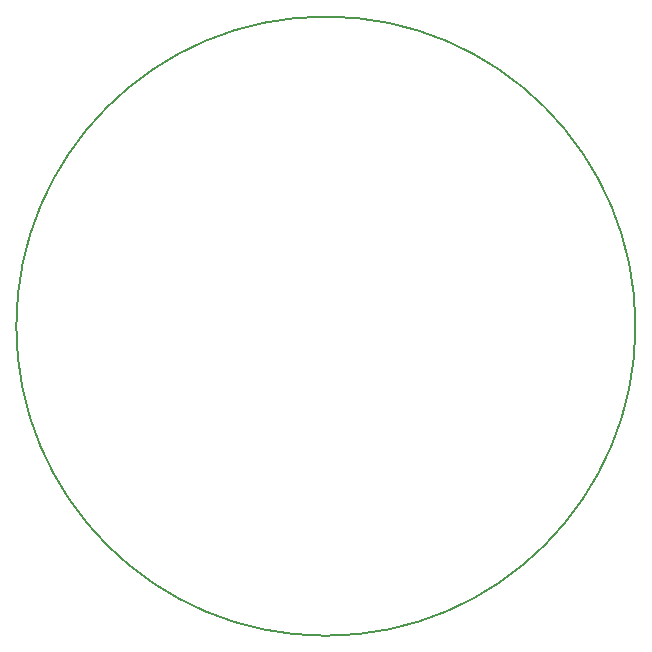
<source format=gbr>
%TF.GenerationSoftware,KiCad,Pcbnew,(5.1.8)-1*%
%TF.CreationDate,2022-03-30T16:17:14-07:00*%
%TF.ProjectId,Alpenglow_ChillySnowCloud_AllSilver_PCB,416c7065-6e67-46c6-9f77-5f4368696c6c,rev?*%
%TF.SameCoordinates,Original*%
%TF.FileFunction,Profile,NP*%
%FSLAX46Y46*%
G04 Gerber Fmt 4.6, Leading zero omitted, Abs format (unit mm)*
G04 Created by KiCad (PCBNEW (5.1.8)-1) date 2022-03-30 16:17:14*
%MOMM*%
%LPD*%
G01*
G04 APERTURE LIST*
%TA.AperFunction,Profile*%
%ADD10C,0.127000*%
%TD*%
G04 APERTURE END LIST*
D10*
X137512800Y-100400000D02*
G75*
G03*
X137512800Y-100400000I-26212800J0D01*
G01*
M02*

</source>
